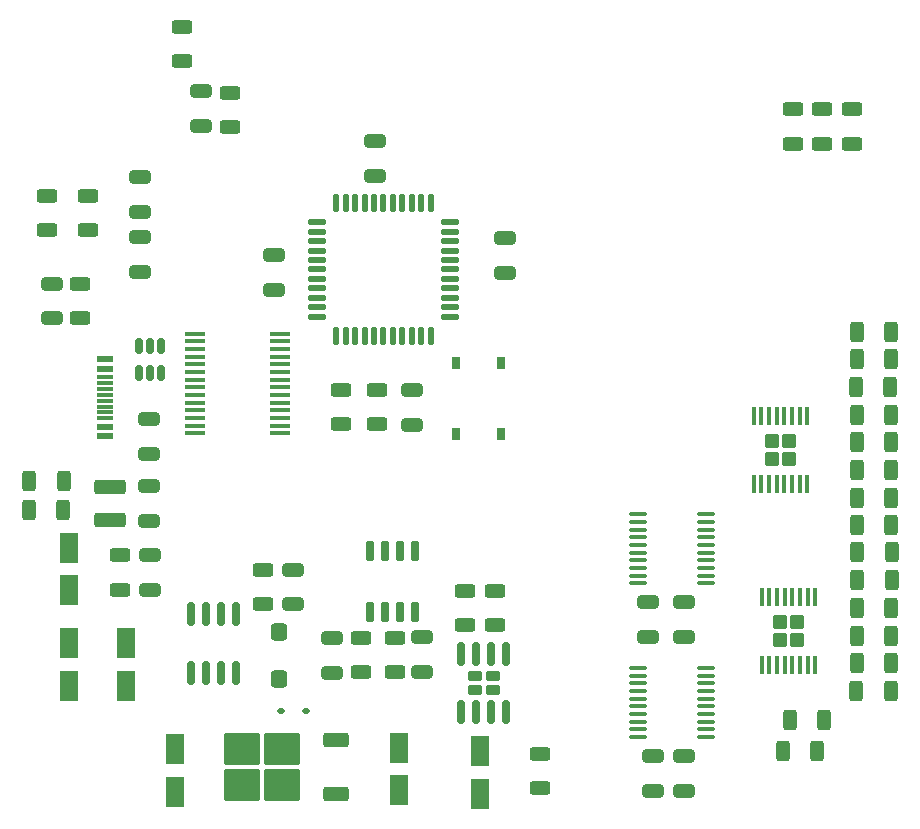
<source format=gbr>
%TF.GenerationSoftware,KiCad,Pcbnew,7.0.11-7.0.11~ubuntu22.04.1*%
%TF.CreationDate,2024-09-03T00:59:23+02:00*%
%TF.ProjectId,JTAGFinder,4a544147-4669-46e6-9465-722e6b696361,rev?*%
%TF.SameCoordinates,Original*%
%TF.FileFunction,Paste,Top*%
%TF.FilePolarity,Positive*%
%FSLAX46Y46*%
G04 Gerber Fmt 4.6, Leading zero omitted, Abs format (unit mm)*
G04 Created by KiCad (PCBNEW 7.0.11-7.0.11~ubuntu22.04.1) date 2024-09-03 00:59:23*
%MOMM*%
%LPD*%
G01*
G04 APERTURE LIST*
G04 Aperture macros list*
%AMRoundRect*
0 Rectangle with rounded corners*
0 $1 Rounding radius*
0 $2 $3 $4 $5 $6 $7 $8 $9 X,Y pos of 4 corners*
0 Add a 4 corners polygon primitive as box body*
4,1,4,$2,$3,$4,$5,$6,$7,$8,$9,$2,$3,0*
0 Add four circle primitives for the rounded corners*
1,1,$1+$1,$2,$3*
1,1,$1+$1,$4,$5*
1,1,$1+$1,$6,$7*
1,1,$1+$1,$8,$9*
0 Add four rect primitives between the rounded corners*
20,1,$1+$1,$2,$3,$4,$5,0*
20,1,$1+$1,$4,$5,$6,$7,0*
20,1,$1+$1,$6,$7,$8,$9,0*
20,1,$1+$1,$8,$9,$2,$3,0*%
G04 Aperture macros list end*
%ADD10R,0.750000X1.000000*%
%ADD11RoundRect,0.250000X0.850000X0.350000X-0.850000X0.350000X-0.850000X-0.350000X0.850000X-0.350000X0*%
%ADD12RoundRect,0.250000X1.275000X1.125000X-1.275000X1.125000X-1.275000X-1.125000X1.275000X-1.125000X0*%
%ADD13RoundRect,0.250000X-0.650000X0.325000X-0.650000X-0.325000X0.650000X-0.325000X0.650000X0.325000X0*%
%ADD14RoundRect,0.250000X-0.550000X1.050000X-0.550000X-1.050000X0.550000X-1.050000X0.550000X1.050000X0*%
%ADD15RoundRect,0.250000X0.650000X-0.325000X0.650000X0.325000X-0.650000X0.325000X-0.650000X-0.325000X0*%
%ADD16R,1.750000X0.450000*%
%ADD17RoundRect,0.137500X0.600000X0.137500X-0.600000X0.137500X-0.600000X-0.137500X0.600000X-0.137500X0*%
%ADD18RoundRect,0.137500X0.137500X0.600000X-0.137500X0.600000X-0.137500X-0.600000X0.137500X-0.600000X0*%
%ADD19RoundRect,0.250000X-0.312500X-0.625000X0.312500X-0.625000X0.312500X0.625000X-0.312500X0.625000X0*%
%ADD20RoundRect,0.150000X-0.150000X0.725000X-0.150000X-0.725000X0.150000X-0.725000X0.150000X0.725000X0*%
%ADD21RoundRect,0.250000X-0.625000X0.312500X-0.625000X-0.312500X0.625000X-0.312500X0.625000X0.312500X0*%
%ADD22RoundRect,0.250000X0.625000X-0.312500X0.625000X0.312500X-0.625000X0.312500X-0.625000X-0.312500X0*%
%ADD23RoundRect,0.150000X-0.150000X0.825000X-0.150000X-0.825000X0.150000X-0.825000X0.150000X0.825000X0*%
%ADD24RoundRect,0.350000X-0.350000X0.400000X-0.350000X-0.400000X0.350000X-0.400000X0.350000X0.400000X0*%
%ADD25RoundRect,0.250001X0.354999X-0.354999X0.354999X0.354999X-0.354999X0.354999X-0.354999X-0.354999X0*%
%ADD26RoundRect,0.100000X0.100000X-0.675000X0.100000X0.675000X-0.100000X0.675000X-0.100000X-0.675000X0*%
%ADD27RoundRect,0.112500X0.187500X0.112500X-0.187500X0.112500X-0.187500X-0.112500X0.187500X-0.112500X0*%
%ADD28RoundRect,0.150000X0.150000X-0.512500X0.150000X0.512500X-0.150000X0.512500X-0.150000X-0.512500X0*%
%ADD29RoundRect,0.230000X0.375000X-0.230000X0.375000X0.230000X-0.375000X0.230000X-0.375000X-0.230000X0*%
%ADD30RoundRect,0.150000X0.150000X-0.825000X0.150000X0.825000X-0.150000X0.825000X-0.150000X-0.825000X0*%
%ADD31RoundRect,0.250000X-1.075000X0.375000X-1.075000X-0.375000X1.075000X-0.375000X1.075000X0.375000X0*%
%ADD32RoundRect,0.100000X0.637500X0.100000X-0.637500X0.100000X-0.637500X-0.100000X0.637500X-0.100000X0*%
%ADD33R,1.450000X0.600000*%
%ADD34R,1.450000X0.300000*%
G04 APERTURE END LIST*
D10*
%TO.C,SW1*%
X141750000Y-95250000D03*
X141750000Y-89250000D03*
X145500000Y-95250000D03*
X145500000Y-89250000D03*
%TD*%
D11*
%TO.C,U1*%
X131590000Y-125730000D03*
D12*
X126965000Y-124975000D03*
X126965000Y-121925000D03*
X123615000Y-124975000D03*
X123615000Y-121925000D03*
D11*
X131590000Y-121170000D03*
%TD*%
D13*
%TO.C,C24*%
X161000000Y-109525000D03*
X161000000Y-112475000D03*
%TD*%
D14*
%TO.C,C16*%
X143750000Y-122150000D03*
X143750000Y-125750000D03*
%TD*%
D15*
%TO.C,C15*%
X115750000Y-96950000D03*
X115750000Y-94000000D03*
%TD*%
D13*
%TO.C,C4*%
X131250000Y-112525000D03*
X131250000Y-115475000D03*
%TD*%
D15*
%TO.C,C2*%
X126300000Y-83075000D03*
X126300000Y-80125000D03*
%TD*%
D13*
%TO.C,C26*%
X138000000Y-91525000D03*
X138000000Y-94475000D03*
%TD*%
D14*
%TO.C,C6*%
X108944000Y-113008000D03*
X108944000Y-116608000D03*
%TD*%
D15*
%TO.C,C8*%
X115722400Y-102619600D03*
X115722400Y-99669600D03*
%TD*%
D16*
%TO.C,U4*%
X126800000Y-95225000D03*
X126800000Y-94575000D03*
X126800000Y-93925000D03*
X126800000Y-93275000D03*
X126800000Y-92625000D03*
X126800000Y-91975000D03*
X126800000Y-91325000D03*
X126800000Y-90675000D03*
X126800000Y-90025000D03*
X126800000Y-89375000D03*
X126800000Y-88725000D03*
X126800000Y-88075000D03*
X126800000Y-87425000D03*
X126800000Y-86775000D03*
X119600000Y-86775000D03*
X119600000Y-87425000D03*
X119600000Y-88075000D03*
X119600000Y-88725000D03*
X119600000Y-89375000D03*
X119600000Y-90025000D03*
X119600000Y-90675000D03*
X119600000Y-91325000D03*
X119600000Y-91975000D03*
X119600000Y-92625000D03*
X119600000Y-93275000D03*
X119600000Y-93925000D03*
X119600000Y-94575000D03*
X119600000Y-95225000D03*
%TD*%
D13*
%TO.C,C5*%
X138870000Y-112505000D03*
X138870000Y-115455000D03*
%TD*%
D15*
%TO.C,C3*%
X145900000Y-81625000D03*
X145900000Y-78675000D03*
%TD*%
D17*
%TO.C,U13*%
X141250000Y-85350000D03*
X141250000Y-84550000D03*
X141250000Y-83750000D03*
X141250000Y-82950000D03*
X141250000Y-82150000D03*
X141250000Y-81350000D03*
X141250000Y-80550000D03*
X141250000Y-79750000D03*
X141250000Y-78950000D03*
X141250000Y-78150000D03*
X141250000Y-77350000D03*
D18*
X139587500Y-75687500D03*
X138787500Y-75687500D03*
X137987500Y-75687500D03*
X137187500Y-75687500D03*
X136387500Y-75687500D03*
X135587500Y-75687500D03*
X134787500Y-75687500D03*
X133987500Y-75687500D03*
X133187500Y-75687500D03*
X132387500Y-75687500D03*
X131587500Y-75687500D03*
D17*
X129925000Y-77350000D03*
X129925000Y-78150000D03*
X129925000Y-78950000D03*
X129925000Y-79750000D03*
X129925000Y-80550000D03*
X129925000Y-81350000D03*
X129925000Y-82150000D03*
X129925000Y-82950000D03*
X129925000Y-83750000D03*
X129925000Y-84550000D03*
X129925000Y-85350000D03*
D18*
X131587500Y-87012500D03*
X132387500Y-87012500D03*
X133187500Y-87012500D03*
X133987500Y-87012500D03*
X134787500Y-87012500D03*
X135587500Y-87012500D03*
X136387500Y-87012500D03*
X137187500Y-87012500D03*
X137987500Y-87012500D03*
X138787500Y-87012500D03*
X139587500Y-87012500D03*
%TD*%
D19*
%TO.C,R39*%
X105575000Y-99250000D03*
X108500000Y-99250000D03*
%TD*%
D20*
%TO.C,U2*%
X138270000Y-105200000D03*
X137000000Y-105200000D03*
X135730000Y-105200000D03*
X134460000Y-105200000D03*
X134460000Y-110350000D03*
X135730000Y-110350000D03*
X137000000Y-110350000D03*
X138270000Y-110350000D03*
%TD*%
D21*
%TO.C,R33*%
X170301548Y-67787500D03*
X170301548Y-70712500D03*
%TD*%
D14*
%TO.C,C11*%
X113800000Y-113000000D03*
X113800000Y-116600000D03*
%TD*%
D19*
%TO.C,R15*%
X175687800Y-105308400D03*
X178612800Y-105308400D03*
%TD*%
D21*
%TO.C,R11*%
X142500000Y-108537500D03*
X142500000Y-111462500D03*
%TD*%
D22*
%TO.C,R3*%
X133663000Y-115442500D03*
X133663000Y-112517500D03*
%TD*%
%TO.C,R4*%
X136554000Y-115442500D03*
X136554000Y-112517500D03*
%TD*%
%TO.C,R14*%
X109880400Y-85475000D03*
X109880400Y-82550000D03*
%TD*%
D19*
%TO.C,R20*%
X175626300Y-117017800D03*
X178551300Y-117017800D03*
%TD*%
D15*
%TO.C,C7*%
X115824000Y-108470500D03*
X115824000Y-105520500D03*
%TD*%
D22*
%TO.C,R8*%
X132000000Y-94462500D03*
X132000000Y-91537500D03*
%TD*%
D21*
%TO.C,L1*%
X113284000Y-105533000D03*
X113284000Y-108458000D03*
%TD*%
D22*
%TO.C,R7*%
X135000000Y-94462500D03*
X135000000Y-91537500D03*
%TD*%
D23*
%TO.C,U3*%
X123105000Y-110525000D03*
X121835000Y-110525000D03*
X120565000Y-110525000D03*
X119295000Y-110525000D03*
X119295000Y-115475000D03*
X120565000Y-115475000D03*
X121835000Y-115475000D03*
X123105000Y-115475000D03*
%TD*%
D19*
%TO.C,R18*%
X175651700Y-112344200D03*
X178576700Y-112344200D03*
%TD*%
D24*
%TO.C,L2*%
X126750000Y-112000000D03*
X126750000Y-116000000D03*
%TD*%
D13*
%TO.C,C23*%
X161000000Y-122525000D03*
X161000000Y-125475000D03*
%TD*%
D25*
%TO.C,U11*%
X169125000Y-112725000D03*
X170625000Y-112725000D03*
X169125000Y-111225000D03*
X170625000Y-111225000D03*
D26*
X167600000Y-114850000D03*
X168250000Y-114850000D03*
X168900000Y-114850000D03*
X169550000Y-114850000D03*
X170200000Y-114850000D03*
X170850000Y-114850000D03*
X171500000Y-114850000D03*
X172150000Y-114850000D03*
X172150000Y-109100000D03*
X171500000Y-109100000D03*
X170850000Y-109100000D03*
X170200000Y-109100000D03*
X169550000Y-109100000D03*
X168900000Y-109100000D03*
X168250000Y-109100000D03*
X167600000Y-109100000D03*
%TD*%
D19*
%TO.C,R30*%
X175637000Y-93635284D03*
X178562000Y-93635284D03*
%TD*%
D27*
%TO.C,D1*%
X129050000Y-118750000D03*
X126950000Y-118750000D03*
%TD*%
D19*
%TO.C,R28*%
X175637000Y-95975712D03*
X178562000Y-95975712D03*
%TD*%
D13*
%TO.C,C9*%
X127940000Y-106762500D03*
X127940000Y-109712500D03*
%TD*%
D19*
%TO.C,R19*%
X175637000Y-114681000D03*
X178562000Y-114681000D03*
%TD*%
D28*
%TO.C,U6*%
X114850000Y-90137500D03*
X115800000Y-90137500D03*
X116750000Y-90137500D03*
X116750000Y-87862500D03*
X115800000Y-87862500D03*
X114850000Y-87862500D03*
%TD*%
D19*
%TO.C,R24*%
X175637000Y-100656568D03*
X178562000Y-100656568D03*
%TD*%
%TO.C,R29*%
X175575500Y-91294856D03*
X178500500Y-91294856D03*
%TD*%
%TO.C,R22*%
X169400000Y-122075000D03*
X172325000Y-122075000D03*
%TD*%
%TO.C,R23*%
X175637000Y-102997000D03*
X178562000Y-102997000D03*
%TD*%
D29*
%TO.C,U7*%
X143345000Y-116945000D03*
X144845000Y-116945000D03*
X143345000Y-115805000D03*
X144845000Y-115805000D03*
D30*
X142190000Y-118850000D03*
X143460000Y-118850000D03*
X144730000Y-118850000D03*
X146000000Y-118850000D03*
X146000000Y-113900000D03*
X144730000Y-113900000D03*
X143460000Y-113900000D03*
X142190000Y-113900000D03*
%TD*%
D19*
%TO.C,R40*%
X105537500Y-101750000D03*
X108462500Y-101750000D03*
%TD*%
%TO.C,R26*%
X175637000Y-98316140D03*
X178562000Y-98316140D03*
%TD*%
%TO.C,R27*%
X175637000Y-88954428D03*
X178562000Y-88954428D03*
%TD*%
D14*
%TO.C,C14*%
X117960000Y-121950000D03*
X117960000Y-125550000D03*
%TD*%
D21*
%TO.C,R5*%
X125400000Y-106775000D03*
X125400000Y-109700000D03*
%TD*%
D22*
%TO.C,R12*%
X107064599Y-78033900D03*
X107064599Y-75108900D03*
%TD*%
D19*
%TO.C,R25*%
X175641000Y-86614000D03*
X178566000Y-86614000D03*
%TD*%
D15*
%TO.C,C1*%
X120125001Y-69175000D03*
X120125001Y-66225000D03*
%TD*%
%TO.C,C19*%
X107480398Y-85487500D03*
X107480398Y-82537500D03*
%TD*%
D13*
%TO.C,C21*%
X158000000Y-109525000D03*
X158000000Y-112475000D03*
%TD*%
%TO.C,C18*%
X114950000Y-73545001D03*
X114950000Y-76495001D03*
%TD*%
D21*
%TO.C,R1*%
X122600000Y-66375000D03*
X122600000Y-69300000D03*
%TD*%
%TO.C,R31*%
X172750000Y-67787500D03*
X172750000Y-70712500D03*
%TD*%
D15*
%TO.C,C17*%
X114950000Y-81575000D03*
X114950000Y-78625000D03*
%TD*%
%TO.C,C27*%
X134850000Y-73399999D03*
X134850000Y-70449999D03*
%TD*%
D19*
%TO.C,R16*%
X175677100Y-107645200D03*
X178602100Y-107645200D03*
%TD*%
D31*
%TO.C,F1*%
X112420400Y-99744600D03*
X112420400Y-102544600D03*
%TD*%
D14*
%TO.C,C12*%
X136900000Y-121850000D03*
X136900000Y-125450000D03*
%TD*%
D19*
%TO.C,R21*%
X170000000Y-119500000D03*
X172925000Y-119500000D03*
%TD*%
D13*
%TO.C,C20*%
X158400000Y-122525000D03*
X158400000Y-125475000D03*
%TD*%
D25*
%TO.C,U12*%
X168450000Y-97400000D03*
X169950000Y-97400000D03*
X168450000Y-95900000D03*
X169950000Y-95900000D03*
D26*
X166925000Y-99525000D03*
X167575000Y-99525000D03*
X168225000Y-99525000D03*
X168875000Y-99525000D03*
X169525000Y-99525000D03*
X170175000Y-99525000D03*
X170825000Y-99525000D03*
X171475000Y-99525000D03*
X171475000Y-93775000D03*
X170825000Y-93775000D03*
X170175000Y-93775000D03*
X169525000Y-93775000D03*
X168875000Y-93775000D03*
X168225000Y-93775000D03*
X167575000Y-93775000D03*
X166925000Y-93775000D03*
%TD*%
D21*
%TO.C,R10*%
X145000000Y-108537500D03*
X145000000Y-111462500D03*
%TD*%
D19*
%TO.C,R17*%
X175651700Y-110007400D03*
X178576700Y-110007400D03*
%TD*%
D32*
%TO.C,U8*%
X162862500Y-120925000D03*
X162862500Y-120275000D03*
X162862500Y-119625000D03*
X162862500Y-118975000D03*
X162862500Y-118325000D03*
X162862500Y-117675000D03*
X162862500Y-117025000D03*
X162862500Y-116375000D03*
X162862500Y-115725000D03*
X162862500Y-115075000D03*
X157137500Y-115075000D03*
X157137500Y-115725000D03*
X157137500Y-116375000D03*
X157137500Y-117025000D03*
X157137500Y-117675000D03*
X157137500Y-118325000D03*
X157137500Y-118975000D03*
X157137500Y-119625000D03*
X157137500Y-120275000D03*
X157137500Y-120925000D03*
%TD*%
D21*
%TO.C,R32*%
X175250000Y-67787500D03*
X175250000Y-70712500D03*
%TD*%
D33*
%TO.C,J4*%
X112029000Y-88950000D03*
X112029000Y-89750000D03*
D34*
X112029000Y-90950000D03*
X112029000Y-91950000D03*
X112029000Y-92450000D03*
X112029000Y-93450000D03*
D33*
X112029000Y-94650000D03*
X112029000Y-95450000D03*
X112029000Y-95450000D03*
X112029000Y-94650000D03*
D34*
X112029000Y-93950000D03*
X112029000Y-92950000D03*
X112029000Y-91450000D03*
X112029000Y-90450000D03*
D33*
X112029000Y-89750000D03*
X112029000Y-88950000D03*
%TD*%
D14*
%TO.C,C10*%
X108937200Y-104902000D03*
X108937200Y-108502000D03*
%TD*%
D32*
%TO.C,U9*%
X162862500Y-107925000D03*
X162862500Y-107275000D03*
X162862500Y-106625000D03*
X162862500Y-105975000D03*
X162862500Y-105325000D03*
X162862500Y-104675000D03*
X162862500Y-104025000D03*
X162862500Y-103375000D03*
X162862500Y-102725000D03*
X162862500Y-102075000D03*
X157137500Y-102075000D03*
X157137500Y-102725000D03*
X157137500Y-103375000D03*
X157137500Y-104025000D03*
X157137500Y-104675000D03*
X157137500Y-105325000D03*
X157137500Y-105975000D03*
X157137500Y-106625000D03*
X157137500Y-107275000D03*
X157137500Y-107925000D03*
%TD*%
D22*
%TO.C,R13*%
X110583601Y-78033900D03*
X110583601Y-75108900D03*
%TD*%
D21*
%TO.C,R9*%
X148800000Y-122337500D03*
X148800000Y-125262500D03*
%TD*%
D22*
%TO.C,R2*%
X118500000Y-63712500D03*
X118500000Y-60787500D03*
%TD*%
M02*

</source>
